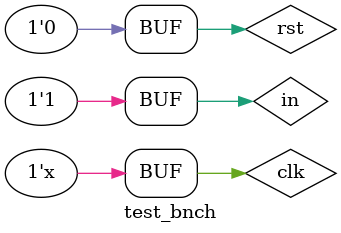
<source format=v>
`timescale 1ns / 1ps


module test_bnch;

	// Inputs
	reg clk;
	reg in;
	reg rst;

	// Outputs
	wire out;

	// Instantiate the Unit Under Test (UUT)
	fsm_beh uut (
		.clk(clk), 
		.in(in), 
		.out(out), 
		.rst(rst)
	);

	initial begin
		// Initialize Inputs
		clk = 0;
		in = 0;
		rst = 0;

		// Wait 100 ns for global reset to finish
      #5 rst = 1;
		#10 rst = 0; 
		// Add stimulus here
		#5 in = 0;
		#10 in = 0;
		#10 in = 1;
		#10 in = 1;
		#10 in = 0;
		#10 in = 1;
		#10 in = 1;
		#10 in = 0;
		#10 in = 0;
		#10 in = 1;

	end

	always 
	#5 clk = !clk;
	
      
endmodule


</source>
